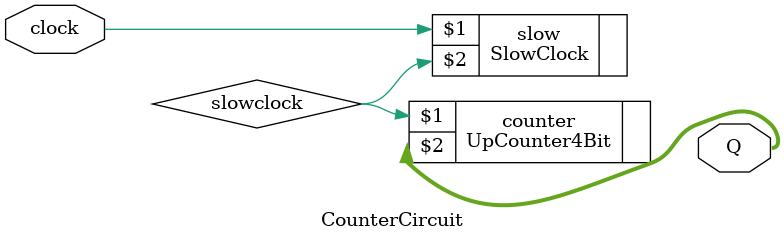
<source format=v>
`timescale 1ns / 1ps


module CounterCircuit(clock,Q);
input clock;
output [3:0] Q;
wire slowclock;
SlowClock slow(clock,slowclock);
UpCounter4Bit counter(slowclock,Q);

endmodule

</source>
